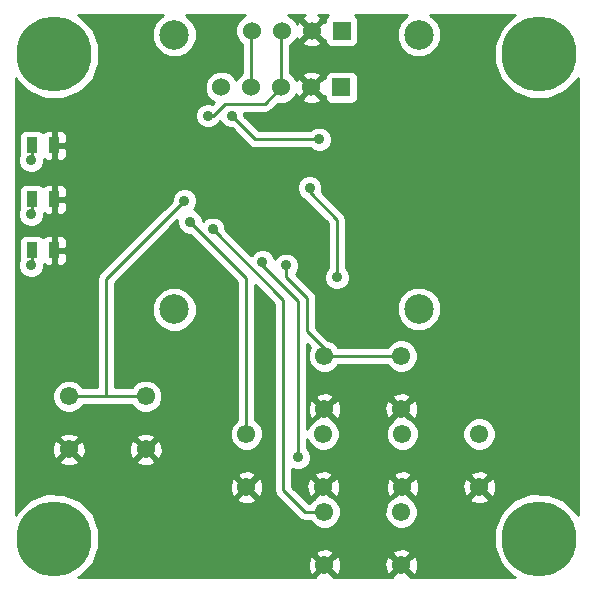
<source format=gbl>
G04 (created by PCBNEW (2013-07-07 BZR 4022)-stable) date 3/28/2015 5:28:05 PM*
%MOIN*%
G04 Gerber Fmt 3.4, Leading zero omitted, Abs format*
%FSLAX34Y34*%
G01*
G70*
G90*
G04 APERTURE LIST*
%ADD10C,0.00590551*%
%ADD11C,0.061*%
%ADD12C,0.25*%
%ADD13R,0.035X0.055*%
%ADD14R,0.06X0.06*%
%ADD15C,0.06*%
%ADD16C,0.0984252*%
%ADD17C,0.035*%
%ADD18C,0.01*%
G04 APERTURE END LIST*
G54D10*
G54D11*
X50570Y-39822D03*
X50570Y-41594D03*
X53130Y-39822D03*
X53130Y-41594D03*
X47971Y-37224D03*
X47971Y-38996D03*
X50531Y-37224D03*
X50531Y-38996D03*
X47971Y-42421D03*
X47971Y-44193D03*
X50531Y-42421D03*
X50531Y-44193D03*
X45373Y-39822D03*
X45373Y-41594D03*
X47933Y-39822D03*
X47933Y-41594D03*
X39458Y-38562D03*
X39458Y-40334D03*
X42018Y-38562D03*
X42018Y-40334D03*
G54D12*
X55118Y-43307D03*
X38976Y-43307D03*
X55118Y-27165D03*
X38976Y-27165D03*
G54D13*
X38225Y-33700D03*
X38975Y-33700D03*
X38225Y-32000D03*
X38975Y-32000D03*
X38225Y-30200D03*
X38975Y-30200D03*
G54D14*
X48547Y-26377D03*
G54D15*
X47547Y-26377D03*
X46547Y-26377D03*
X45547Y-26377D03*
G54D16*
X51122Y-35649D03*
X42972Y-35669D03*
X51122Y-26515D03*
X42972Y-26515D03*
G54D14*
X48535Y-28267D03*
G54D15*
X47535Y-28267D03*
X46535Y-28267D03*
X45535Y-28267D03*
X44535Y-28267D03*
G54D17*
X54291Y-35669D03*
X54291Y-33858D03*
X54291Y-32047D03*
X48976Y-30236D03*
X47480Y-31614D03*
X48385Y-34606D03*
X44094Y-29212D03*
X38200Y-34200D03*
X44881Y-29212D03*
X47795Y-30000D03*
X47100Y-40600D03*
X45905Y-34094D03*
X46700Y-34200D03*
X44250Y-33000D03*
X43500Y-32750D03*
X43307Y-32047D03*
X38200Y-32500D03*
X38200Y-30700D03*
G54D18*
X47480Y-31771D02*
X47480Y-31614D01*
X48385Y-32677D02*
X47480Y-31771D01*
X48385Y-34606D02*
X48385Y-32677D01*
X44094Y-29212D02*
X44251Y-29212D01*
X45984Y-28818D02*
X46535Y-28267D01*
X44645Y-28818D02*
X45984Y-28818D01*
X44251Y-29212D02*
X44645Y-28818D01*
X46535Y-28267D02*
X46535Y-26389D01*
X46535Y-26389D02*
X46547Y-26377D01*
X45535Y-28267D02*
X45535Y-26389D01*
X45535Y-26389D02*
X45547Y-26377D01*
X38225Y-33700D02*
X38225Y-34175D01*
X38225Y-34175D02*
X38200Y-34200D01*
X45669Y-30000D02*
X47795Y-30000D01*
X44881Y-29212D02*
X45669Y-30000D01*
X45905Y-34205D02*
X45905Y-34094D01*
X47100Y-35400D02*
X45905Y-34205D01*
X47100Y-36000D02*
X47100Y-35400D01*
X47100Y-40600D02*
X47100Y-36000D01*
X47971Y-37224D02*
X47971Y-36971D01*
X46700Y-34600D02*
X46700Y-34200D01*
X47400Y-35300D02*
X46700Y-34600D01*
X47400Y-36400D02*
X47400Y-35300D01*
X47971Y-36971D02*
X47400Y-36400D01*
X47971Y-37224D02*
X50531Y-37224D01*
X46600Y-37600D02*
X46600Y-35350D01*
X46600Y-35350D02*
X44250Y-33000D01*
X47971Y-42421D02*
X47321Y-42421D01*
X46600Y-41700D02*
X46600Y-37600D01*
X47321Y-42421D02*
X46600Y-41700D01*
X45373Y-39822D02*
X45373Y-34623D01*
X45373Y-34623D02*
X43500Y-32750D01*
X40688Y-38562D02*
X40688Y-34665D01*
X40688Y-34665D02*
X43307Y-32047D01*
X39458Y-38562D02*
X40688Y-38562D01*
X40688Y-38562D02*
X42018Y-38562D01*
X38225Y-32475D02*
X38225Y-32000D01*
X38200Y-32500D02*
X38225Y-32475D01*
X38225Y-30200D02*
X38225Y-30675D01*
X38225Y-30675D02*
X38200Y-30700D01*
G54D10*
G36*
X56413Y-42513D02*
X56390Y-42458D01*
X55968Y-42036D01*
X55417Y-41807D01*
X54821Y-41806D01*
X54269Y-42034D01*
X53847Y-42456D01*
X53690Y-42834D01*
X53690Y-41677D01*
X53685Y-41582D01*
X53685Y-39712D01*
X53601Y-39508D01*
X53445Y-39352D01*
X53241Y-39267D01*
X53020Y-39267D01*
X52816Y-39351D01*
X52660Y-39507D01*
X52575Y-39711D01*
X52575Y-39932D01*
X52659Y-40136D01*
X52815Y-40292D01*
X53019Y-40377D01*
X53240Y-40377D01*
X53444Y-40293D01*
X53600Y-40137D01*
X53685Y-39933D01*
X53685Y-39712D01*
X53685Y-41582D01*
X53679Y-41457D01*
X53615Y-41303D01*
X53519Y-41275D01*
X53449Y-41346D01*
X53449Y-41205D01*
X53421Y-41109D01*
X53213Y-41034D01*
X52992Y-41045D01*
X52839Y-41109D01*
X52811Y-41205D01*
X53130Y-41523D01*
X53449Y-41205D01*
X53449Y-41346D01*
X53201Y-41594D01*
X53519Y-41913D01*
X53615Y-41885D01*
X53690Y-41677D01*
X53690Y-42834D01*
X53618Y-43007D01*
X53617Y-43604D01*
X53845Y-44155D01*
X54267Y-44577D01*
X54326Y-44602D01*
X53449Y-44602D01*
X53449Y-41984D01*
X53130Y-41665D01*
X53059Y-41736D01*
X53059Y-41594D01*
X52740Y-41275D01*
X52644Y-41303D01*
X52570Y-41511D01*
X52581Y-41732D01*
X52644Y-41885D01*
X52740Y-41913D01*
X53059Y-41594D01*
X53059Y-41736D01*
X52811Y-41984D01*
X52839Y-42080D01*
X53047Y-42154D01*
X53267Y-42143D01*
X53421Y-42080D01*
X53449Y-41984D01*
X53449Y-44602D01*
X51864Y-44602D01*
X51864Y-35502D01*
X51751Y-35229D01*
X51542Y-35020D01*
X51270Y-34907D01*
X50975Y-34907D01*
X50702Y-35020D01*
X50493Y-35228D01*
X50380Y-35501D01*
X50379Y-35796D01*
X50492Y-36069D01*
X50701Y-36278D01*
X50973Y-36391D01*
X51269Y-36391D01*
X51541Y-36279D01*
X51750Y-36070D01*
X51864Y-35797D01*
X51864Y-35502D01*
X51864Y-44602D01*
X51130Y-44602D01*
X51130Y-41677D01*
X51125Y-41582D01*
X51125Y-39712D01*
X51091Y-39631D01*
X51091Y-39079D01*
X51087Y-38984D01*
X51087Y-37114D01*
X51002Y-36910D01*
X50846Y-36754D01*
X50642Y-36669D01*
X50422Y-36669D01*
X50217Y-36753D01*
X50061Y-36909D01*
X50055Y-36924D01*
X49085Y-36924D01*
X49085Y-28518D01*
X49085Y-27918D01*
X49047Y-27826D01*
X48977Y-27755D01*
X48885Y-27717D01*
X48785Y-27717D01*
X48185Y-27717D01*
X48094Y-27755D01*
X48023Y-27825D01*
X47985Y-27917D01*
X47985Y-27970D01*
X47921Y-27952D01*
X47862Y-28011D01*
X47862Y-26763D01*
X47547Y-26448D01*
X47232Y-26763D01*
X47259Y-26859D01*
X47465Y-26932D01*
X47684Y-26921D01*
X47835Y-26859D01*
X47862Y-26763D01*
X47862Y-28011D01*
X47850Y-28023D01*
X47850Y-27881D01*
X47823Y-27786D01*
X47617Y-27712D01*
X47398Y-27723D01*
X47247Y-27786D01*
X47220Y-27881D01*
X47535Y-28197D01*
X47850Y-27881D01*
X47850Y-28023D01*
X47606Y-28267D01*
X47921Y-28582D01*
X47985Y-28564D01*
X47985Y-28617D01*
X48023Y-28709D01*
X48093Y-28779D01*
X48185Y-28817D01*
X48284Y-28817D01*
X48884Y-28817D01*
X48976Y-28779D01*
X49047Y-28709D01*
X49085Y-28617D01*
X49085Y-28518D01*
X49085Y-36924D01*
X48810Y-36924D01*
X48810Y-34522D01*
X48746Y-34365D01*
X48685Y-34305D01*
X48685Y-32677D01*
X48662Y-32562D01*
X48597Y-32465D01*
X48597Y-32465D01*
X47883Y-31750D01*
X47905Y-31699D01*
X47905Y-31530D01*
X47840Y-31373D01*
X47721Y-31254D01*
X47565Y-31189D01*
X47396Y-31189D01*
X47239Y-31253D01*
X47120Y-31373D01*
X47055Y-31529D01*
X47055Y-31698D01*
X47119Y-31854D01*
X47239Y-31974D01*
X47272Y-31988D01*
X48085Y-32801D01*
X48085Y-34305D01*
X48025Y-34365D01*
X47960Y-34521D01*
X47960Y-34690D01*
X48025Y-34846D01*
X48144Y-34966D01*
X48300Y-35031D01*
X48469Y-35031D01*
X48626Y-34966D01*
X48745Y-34847D01*
X48810Y-34691D01*
X48810Y-34522D01*
X48810Y-36924D01*
X48448Y-36924D01*
X48442Y-36910D01*
X48286Y-36754D01*
X48101Y-36676D01*
X47700Y-36275D01*
X47700Y-35300D01*
X47699Y-35299D01*
X47677Y-35185D01*
X47612Y-35087D01*
X47612Y-35087D01*
X47012Y-34488D01*
X47060Y-34441D01*
X47124Y-34284D01*
X47125Y-34115D01*
X47060Y-33959D01*
X46941Y-33839D01*
X46784Y-33775D01*
X46615Y-33774D01*
X46459Y-33839D01*
X46339Y-33958D01*
X46324Y-33995D01*
X46266Y-33854D01*
X46146Y-33734D01*
X45990Y-33669D01*
X45821Y-33669D01*
X45665Y-33733D01*
X45545Y-33853D01*
X45540Y-33865D01*
X44674Y-33000D01*
X44675Y-32915D01*
X44610Y-32759D01*
X44491Y-32639D01*
X44334Y-32575D01*
X44165Y-32574D01*
X44009Y-32639D01*
X43925Y-32723D01*
X43925Y-32665D01*
X43860Y-32509D01*
X43741Y-32389D01*
X43616Y-32338D01*
X43667Y-32288D01*
X43732Y-32132D01*
X43732Y-31963D01*
X43667Y-31806D01*
X43548Y-31687D01*
X43391Y-31622D01*
X43222Y-31622D01*
X43066Y-31686D01*
X42946Y-31806D01*
X42882Y-31962D01*
X42882Y-32047D01*
X40476Y-34453D01*
X40411Y-34550D01*
X40388Y-34665D01*
X40388Y-38262D01*
X39935Y-38262D01*
X39929Y-38248D01*
X39773Y-38092D01*
X39569Y-38007D01*
X39400Y-38007D01*
X39400Y-33925D01*
X39400Y-33474D01*
X39400Y-32225D01*
X39400Y-31774D01*
X39400Y-30425D01*
X39400Y-29974D01*
X39399Y-29875D01*
X39361Y-29783D01*
X39291Y-29712D01*
X39199Y-29674D01*
X39087Y-29675D01*
X39025Y-29737D01*
X39025Y-30150D01*
X39337Y-30150D01*
X39400Y-30087D01*
X39400Y-29974D01*
X39400Y-30425D01*
X39400Y-30312D01*
X39337Y-30250D01*
X39025Y-30250D01*
X39025Y-30662D01*
X39087Y-30725D01*
X39199Y-30725D01*
X39291Y-30687D01*
X39361Y-30616D01*
X39399Y-30524D01*
X39400Y-30425D01*
X39400Y-31774D01*
X39399Y-31675D01*
X39361Y-31583D01*
X39291Y-31512D01*
X39199Y-31474D01*
X39087Y-31475D01*
X39025Y-31537D01*
X39025Y-31950D01*
X39337Y-31950D01*
X39400Y-31887D01*
X39400Y-31774D01*
X39400Y-32225D01*
X39400Y-32112D01*
X39337Y-32050D01*
X39025Y-32050D01*
X39025Y-32462D01*
X39087Y-32525D01*
X39199Y-32525D01*
X39291Y-32487D01*
X39361Y-32416D01*
X39399Y-32324D01*
X39400Y-32225D01*
X39400Y-33474D01*
X39399Y-33375D01*
X39361Y-33283D01*
X39291Y-33212D01*
X39199Y-33174D01*
X39087Y-33175D01*
X39025Y-33237D01*
X39025Y-33650D01*
X39337Y-33650D01*
X39400Y-33587D01*
X39400Y-33474D01*
X39400Y-33925D01*
X39400Y-33812D01*
X39337Y-33750D01*
X39025Y-33750D01*
X39025Y-34162D01*
X39087Y-34225D01*
X39199Y-34225D01*
X39291Y-34187D01*
X39361Y-34116D01*
X39399Y-34024D01*
X39400Y-33925D01*
X39400Y-38007D01*
X39348Y-38007D01*
X39144Y-38092D01*
X38988Y-38248D01*
X38925Y-38400D01*
X38925Y-34162D01*
X38925Y-33750D01*
X38917Y-33750D01*
X38917Y-33650D01*
X38925Y-33650D01*
X38925Y-33237D01*
X38925Y-32462D01*
X38925Y-32050D01*
X38917Y-32050D01*
X38917Y-31950D01*
X38925Y-31950D01*
X38925Y-31537D01*
X38925Y-30662D01*
X38925Y-30250D01*
X38917Y-30250D01*
X38917Y-30150D01*
X38925Y-30150D01*
X38925Y-29737D01*
X38862Y-29675D01*
X38750Y-29674D01*
X38658Y-29712D01*
X38599Y-29771D01*
X38541Y-29713D01*
X38449Y-29675D01*
X38350Y-29674D01*
X38000Y-29674D01*
X37908Y-29712D01*
X37838Y-29783D01*
X37800Y-29875D01*
X37799Y-29974D01*
X37799Y-30524D01*
X37806Y-30539D01*
X37775Y-30615D01*
X37774Y-30784D01*
X37839Y-30940D01*
X37958Y-31060D01*
X38115Y-31124D01*
X38284Y-31125D01*
X38440Y-31060D01*
X38560Y-30941D01*
X38624Y-30784D01*
X38625Y-30653D01*
X38658Y-30687D01*
X38750Y-30725D01*
X38862Y-30725D01*
X38925Y-30662D01*
X38925Y-31537D01*
X38862Y-31475D01*
X38750Y-31474D01*
X38658Y-31512D01*
X38599Y-31571D01*
X38541Y-31513D01*
X38449Y-31475D01*
X38350Y-31474D01*
X38000Y-31474D01*
X37908Y-31512D01*
X37838Y-31583D01*
X37800Y-31675D01*
X37799Y-31774D01*
X37799Y-32324D01*
X37806Y-32339D01*
X37775Y-32415D01*
X37774Y-32584D01*
X37839Y-32740D01*
X37958Y-32860D01*
X38115Y-32924D01*
X38284Y-32925D01*
X38440Y-32860D01*
X38560Y-32741D01*
X38624Y-32584D01*
X38625Y-32453D01*
X38658Y-32487D01*
X38750Y-32525D01*
X38862Y-32525D01*
X38925Y-32462D01*
X38925Y-33237D01*
X38862Y-33175D01*
X38750Y-33174D01*
X38658Y-33212D01*
X38599Y-33271D01*
X38541Y-33213D01*
X38449Y-33175D01*
X38350Y-33174D01*
X38000Y-33174D01*
X37908Y-33212D01*
X37838Y-33283D01*
X37800Y-33375D01*
X37799Y-33474D01*
X37799Y-34024D01*
X37806Y-34039D01*
X37775Y-34115D01*
X37774Y-34284D01*
X37839Y-34440D01*
X37958Y-34560D01*
X38115Y-34624D01*
X38284Y-34625D01*
X38440Y-34560D01*
X38560Y-34441D01*
X38624Y-34284D01*
X38625Y-34153D01*
X38658Y-34187D01*
X38750Y-34225D01*
X38862Y-34225D01*
X38925Y-34162D01*
X38925Y-38400D01*
X38903Y-38451D01*
X38903Y-38672D01*
X38987Y-38876D01*
X39143Y-39033D01*
X39347Y-39117D01*
X39568Y-39117D01*
X39772Y-39033D01*
X39928Y-38877D01*
X39934Y-38862D01*
X40688Y-38862D01*
X41542Y-38862D01*
X41547Y-38876D01*
X41703Y-39033D01*
X41907Y-39117D01*
X42128Y-39117D01*
X42332Y-39033D01*
X42488Y-38877D01*
X42573Y-38673D01*
X42573Y-38452D01*
X42489Y-38248D01*
X42333Y-38092D01*
X42129Y-38007D01*
X41908Y-38007D01*
X41704Y-38092D01*
X41548Y-38248D01*
X41542Y-38262D01*
X40988Y-38262D01*
X40988Y-34789D01*
X43075Y-32703D01*
X43074Y-32834D01*
X43139Y-32990D01*
X43258Y-33110D01*
X43415Y-33174D01*
X43500Y-33175D01*
X45073Y-34747D01*
X45073Y-39346D01*
X45059Y-39351D01*
X44903Y-39507D01*
X44818Y-39711D01*
X44818Y-39932D01*
X44902Y-40136D01*
X45058Y-40292D01*
X45262Y-40377D01*
X45483Y-40377D01*
X45687Y-40293D01*
X45843Y-40137D01*
X45928Y-39933D01*
X45928Y-39712D01*
X45844Y-39508D01*
X45688Y-39352D01*
X45673Y-39346D01*
X45673Y-34847D01*
X46300Y-35474D01*
X46300Y-37600D01*
X46300Y-41700D01*
X46322Y-41814D01*
X46387Y-41912D01*
X47108Y-42633D01*
X47108Y-42633D01*
X47206Y-42698D01*
X47321Y-42721D01*
X47321Y-42721D01*
X47495Y-42721D01*
X47501Y-42735D01*
X47657Y-42891D01*
X47861Y-42975D01*
X48081Y-42976D01*
X48285Y-42891D01*
X48442Y-42735D01*
X48526Y-42531D01*
X48527Y-42311D01*
X48493Y-42229D01*
X48493Y-41677D01*
X48482Y-41457D01*
X48418Y-41303D01*
X48323Y-41275D01*
X48252Y-41346D01*
X48252Y-41205D01*
X48224Y-41109D01*
X48016Y-41034D01*
X47795Y-41045D01*
X47642Y-41109D01*
X47614Y-41205D01*
X47933Y-41523D01*
X48252Y-41205D01*
X48252Y-41346D01*
X48004Y-41594D01*
X48323Y-41913D01*
X48418Y-41885D01*
X48493Y-41677D01*
X48493Y-42229D01*
X48442Y-42107D01*
X48286Y-41950D01*
X48170Y-41902D01*
X47933Y-41665D01*
X47862Y-41736D01*
X47862Y-41594D01*
X47544Y-41275D01*
X47448Y-41303D01*
X47373Y-41511D01*
X47384Y-41732D01*
X47448Y-41885D01*
X47544Y-41913D01*
X47862Y-41594D01*
X47862Y-41736D01*
X47614Y-41984D01*
X47616Y-41991D01*
X47501Y-42106D01*
X47495Y-42121D01*
X47445Y-42121D01*
X46900Y-41575D01*
X46900Y-40977D01*
X47015Y-41024D01*
X47184Y-41025D01*
X47340Y-40960D01*
X47460Y-40841D01*
X47524Y-40684D01*
X47525Y-40515D01*
X47460Y-40359D01*
X47400Y-40298D01*
X47400Y-39984D01*
X47462Y-40136D01*
X47618Y-40292D01*
X47822Y-40377D01*
X48043Y-40377D01*
X48247Y-40293D01*
X48403Y-40137D01*
X48488Y-39933D01*
X48488Y-39712D01*
X48404Y-39508D01*
X48288Y-39392D01*
X48290Y-39385D01*
X47971Y-39066D01*
X47901Y-39137D01*
X47901Y-38996D01*
X47582Y-38677D01*
X47486Y-38705D01*
X47412Y-38913D01*
X47423Y-39133D01*
X47486Y-39287D01*
X47582Y-39315D01*
X47901Y-38996D01*
X47901Y-39137D01*
X47734Y-39304D01*
X47619Y-39351D01*
X47463Y-39507D01*
X47400Y-39660D01*
X47400Y-36824D01*
X47496Y-36921D01*
X47417Y-37113D01*
X47416Y-37334D01*
X47501Y-37538D01*
X47657Y-37694D01*
X47861Y-37779D01*
X48081Y-37779D01*
X48285Y-37695D01*
X48442Y-37539D01*
X48448Y-37524D01*
X50055Y-37524D01*
X50061Y-37538D01*
X50217Y-37694D01*
X50421Y-37779D01*
X50641Y-37779D01*
X50845Y-37695D01*
X51002Y-37539D01*
X51086Y-37335D01*
X51087Y-37114D01*
X51087Y-38984D01*
X51080Y-38858D01*
X51017Y-38705D01*
X50921Y-38677D01*
X50850Y-38748D01*
X50850Y-38606D01*
X50822Y-38510D01*
X50614Y-38436D01*
X50394Y-38447D01*
X50241Y-38510D01*
X50213Y-38606D01*
X50531Y-38925D01*
X50850Y-38606D01*
X50850Y-38748D01*
X50602Y-38996D01*
X50921Y-39315D01*
X51017Y-39287D01*
X51091Y-39079D01*
X51091Y-39631D01*
X51041Y-39508D01*
X50885Y-39352D01*
X50769Y-39304D01*
X50531Y-39066D01*
X50461Y-39137D01*
X50461Y-38996D01*
X50142Y-38677D01*
X50046Y-38705D01*
X49972Y-38913D01*
X49983Y-39133D01*
X50046Y-39287D01*
X50142Y-39315D01*
X50461Y-38996D01*
X50461Y-39137D01*
X50213Y-39385D01*
X50215Y-39392D01*
X50100Y-39507D01*
X50015Y-39711D01*
X50015Y-39932D01*
X50099Y-40136D01*
X50255Y-40292D01*
X50459Y-40377D01*
X50680Y-40377D01*
X50884Y-40293D01*
X51040Y-40137D01*
X51125Y-39933D01*
X51125Y-39712D01*
X51125Y-41582D01*
X51119Y-41457D01*
X51055Y-41303D01*
X50959Y-41275D01*
X50889Y-41346D01*
X50889Y-41205D01*
X50861Y-41109D01*
X50653Y-41034D01*
X50432Y-41045D01*
X50279Y-41109D01*
X50251Y-41205D01*
X50570Y-41523D01*
X50889Y-41205D01*
X50889Y-41346D01*
X50641Y-41594D01*
X50959Y-41913D01*
X51055Y-41885D01*
X51130Y-41677D01*
X51130Y-44602D01*
X51091Y-44602D01*
X51091Y-44276D01*
X51087Y-44181D01*
X51087Y-42311D01*
X51002Y-42107D01*
X50887Y-41991D01*
X50889Y-41984D01*
X50570Y-41665D01*
X50499Y-41736D01*
X50499Y-41594D01*
X50180Y-41275D01*
X50084Y-41303D01*
X50010Y-41511D01*
X50021Y-41732D01*
X50084Y-41885D01*
X50180Y-41913D01*
X50499Y-41594D01*
X50499Y-41736D01*
X50332Y-41902D01*
X50217Y-41950D01*
X50061Y-42106D01*
X49977Y-42310D01*
X49976Y-42530D01*
X50061Y-42735D01*
X50217Y-42891D01*
X50421Y-42975D01*
X50641Y-42976D01*
X50845Y-42891D01*
X51002Y-42735D01*
X51086Y-42531D01*
X51087Y-42311D01*
X51087Y-44181D01*
X51080Y-44055D01*
X51017Y-43902D01*
X50921Y-43874D01*
X50850Y-43944D01*
X50850Y-43803D01*
X50822Y-43707D01*
X50614Y-43633D01*
X50394Y-43644D01*
X50241Y-43707D01*
X50213Y-43803D01*
X50531Y-44122D01*
X50850Y-43803D01*
X50850Y-43944D01*
X50602Y-44193D01*
X50921Y-44511D01*
X51017Y-44483D01*
X51091Y-44276D01*
X51091Y-44602D01*
X50845Y-44602D01*
X50850Y-44582D01*
X50531Y-44263D01*
X50461Y-44334D01*
X50461Y-44193D01*
X50142Y-43874D01*
X50046Y-43902D01*
X49972Y-44110D01*
X49983Y-44330D01*
X50046Y-44483D01*
X50142Y-44511D01*
X50461Y-44193D01*
X50461Y-44334D01*
X50213Y-44582D01*
X50218Y-44602D01*
X48531Y-44602D01*
X48531Y-44276D01*
X48531Y-39079D01*
X48520Y-38858D01*
X48457Y-38705D01*
X48361Y-38677D01*
X48290Y-38748D01*
X48290Y-38606D01*
X48262Y-38510D01*
X48054Y-38436D01*
X47834Y-38447D01*
X47681Y-38510D01*
X47653Y-38606D01*
X47971Y-38925D01*
X48290Y-38606D01*
X48290Y-38748D01*
X48042Y-38996D01*
X48361Y-39315D01*
X48457Y-39287D01*
X48531Y-39079D01*
X48531Y-44276D01*
X48520Y-44055D01*
X48457Y-43902D01*
X48361Y-43874D01*
X48290Y-43944D01*
X48290Y-43803D01*
X48262Y-43707D01*
X48054Y-43633D01*
X47834Y-43644D01*
X47681Y-43707D01*
X47653Y-43803D01*
X47971Y-44122D01*
X48290Y-43803D01*
X48290Y-43944D01*
X48042Y-44193D01*
X48361Y-44511D01*
X48457Y-44483D01*
X48531Y-44276D01*
X48531Y-44602D01*
X48285Y-44602D01*
X48290Y-44582D01*
X47971Y-44263D01*
X47901Y-44334D01*
X47901Y-44193D01*
X47582Y-43874D01*
X47486Y-43902D01*
X47412Y-44110D01*
X47423Y-44330D01*
X47486Y-44483D01*
X47582Y-44511D01*
X47901Y-44193D01*
X47901Y-44334D01*
X47653Y-44582D01*
X47658Y-44602D01*
X45933Y-44602D01*
X45933Y-41677D01*
X45922Y-41457D01*
X45858Y-41303D01*
X45763Y-41275D01*
X45692Y-41346D01*
X45692Y-41205D01*
X45664Y-41109D01*
X45456Y-41034D01*
X45235Y-41045D01*
X45082Y-41109D01*
X45054Y-41205D01*
X45373Y-41523D01*
X45692Y-41205D01*
X45692Y-41346D01*
X45444Y-41594D01*
X45763Y-41913D01*
X45858Y-41885D01*
X45933Y-41677D01*
X45933Y-44602D01*
X45692Y-44602D01*
X45692Y-41984D01*
X45373Y-41665D01*
X45302Y-41736D01*
X45302Y-41594D01*
X44984Y-41275D01*
X44888Y-41303D01*
X44813Y-41511D01*
X44824Y-41732D01*
X44888Y-41885D01*
X44984Y-41913D01*
X45302Y-41594D01*
X45302Y-41736D01*
X45054Y-41984D01*
X45082Y-42080D01*
X45290Y-42154D01*
X45511Y-42143D01*
X45664Y-42080D01*
X45692Y-41984D01*
X45692Y-44602D01*
X43714Y-44602D01*
X43714Y-35522D01*
X43601Y-35249D01*
X43393Y-35040D01*
X43120Y-34927D01*
X42825Y-34927D01*
X42552Y-35039D01*
X42343Y-35248D01*
X42230Y-35521D01*
X42230Y-35816D01*
X42342Y-36089D01*
X42551Y-36298D01*
X42824Y-36411D01*
X43119Y-36411D01*
X43392Y-36298D01*
X43601Y-36090D01*
X43714Y-35817D01*
X43714Y-35522D01*
X43714Y-44602D01*
X42578Y-44602D01*
X42578Y-40417D01*
X42567Y-40197D01*
X42503Y-40043D01*
X42408Y-40015D01*
X42337Y-40086D01*
X42337Y-39945D01*
X42309Y-39849D01*
X42101Y-39775D01*
X41881Y-39785D01*
X41727Y-39849D01*
X41699Y-39945D01*
X42018Y-40264D01*
X42337Y-39945D01*
X42337Y-40086D01*
X42089Y-40334D01*
X42408Y-40653D01*
X42503Y-40625D01*
X42578Y-40417D01*
X42578Y-44602D01*
X42337Y-44602D01*
X42337Y-40724D01*
X42018Y-40405D01*
X41947Y-40476D01*
X41947Y-40334D01*
X41629Y-40015D01*
X41533Y-40043D01*
X41458Y-40251D01*
X41469Y-40472D01*
X41533Y-40625D01*
X41629Y-40653D01*
X41947Y-40334D01*
X41947Y-40476D01*
X41699Y-40724D01*
X41727Y-40820D01*
X41935Y-40894D01*
X42156Y-40883D01*
X42309Y-40820D01*
X42337Y-40724D01*
X42337Y-44602D01*
X39769Y-44602D01*
X39824Y-44579D01*
X40247Y-44157D01*
X40476Y-43606D01*
X40476Y-43010D01*
X40248Y-42458D01*
X40018Y-42227D01*
X40018Y-40417D01*
X40007Y-40197D01*
X39943Y-40043D01*
X39848Y-40015D01*
X39777Y-40086D01*
X39777Y-39945D01*
X39749Y-39849D01*
X39541Y-39775D01*
X39321Y-39785D01*
X39167Y-39849D01*
X39139Y-39945D01*
X39458Y-40264D01*
X39777Y-39945D01*
X39777Y-40086D01*
X39529Y-40334D01*
X39848Y-40653D01*
X39943Y-40625D01*
X40018Y-40417D01*
X40018Y-42227D01*
X39827Y-42036D01*
X39777Y-42015D01*
X39777Y-40724D01*
X39458Y-40405D01*
X39387Y-40476D01*
X39387Y-40334D01*
X39069Y-40015D01*
X38973Y-40043D01*
X38898Y-40251D01*
X38909Y-40472D01*
X38973Y-40625D01*
X39069Y-40653D01*
X39387Y-40334D01*
X39387Y-40476D01*
X39139Y-40724D01*
X39167Y-40820D01*
X39375Y-40894D01*
X39596Y-40883D01*
X39749Y-40820D01*
X39777Y-40724D01*
X39777Y-42015D01*
X39276Y-41807D01*
X38679Y-41806D01*
X38127Y-42034D01*
X37705Y-42456D01*
X37681Y-42515D01*
X37681Y-27958D01*
X37703Y-28013D01*
X38125Y-28436D01*
X38676Y-28665D01*
X39273Y-28665D01*
X39824Y-28437D01*
X40247Y-28016D01*
X40476Y-27465D01*
X40476Y-26868D01*
X40248Y-26316D01*
X39827Y-25894D01*
X39768Y-25870D01*
X42591Y-25870D01*
X42552Y-25886D01*
X42343Y-26094D01*
X42230Y-26367D01*
X42230Y-26662D01*
X42342Y-26935D01*
X42551Y-27144D01*
X42824Y-27257D01*
X43119Y-27258D01*
X43392Y-27145D01*
X43601Y-26936D01*
X43714Y-26664D01*
X43714Y-26368D01*
X43601Y-26095D01*
X43393Y-25886D01*
X43352Y-25870D01*
X45336Y-25870D01*
X45236Y-25911D01*
X45081Y-26065D01*
X44997Y-26268D01*
X44997Y-26486D01*
X45080Y-26689D01*
X45235Y-26843D01*
X45235Y-26844D01*
X45235Y-27796D01*
X45224Y-27801D01*
X45069Y-27955D01*
X45035Y-28037D01*
X45001Y-27956D01*
X44847Y-27801D01*
X44645Y-27717D01*
X44426Y-27717D01*
X44224Y-27801D01*
X44069Y-27955D01*
X43985Y-28157D01*
X43985Y-28376D01*
X44068Y-28578D01*
X44223Y-28733D01*
X44282Y-28758D01*
X44231Y-28809D01*
X44179Y-28787D01*
X44010Y-28787D01*
X43854Y-28852D01*
X43734Y-28971D01*
X43669Y-29127D01*
X43669Y-29296D01*
X43733Y-29453D01*
X43853Y-29572D01*
X44009Y-29637D01*
X44178Y-29637D01*
X44334Y-29573D01*
X44454Y-29453D01*
X44468Y-29420D01*
X44496Y-29392D01*
X44521Y-29453D01*
X44640Y-29572D01*
X44796Y-29637D01*
X44882Y-29637D01*
X45457Y-30212D01*
X45554Y-30277D01*
X45669Y-30300D01*
X47494Y-30300D01*
X47554Y-30360D01*
X47710Y-30424D01*
X47879Y-30425D01*
X48035Y-30360D01*
X48155Y-30241D01*
X48220Y-30084D01*
X48220Y-29915D01*
X48155Y-29759D01*
X48036Y-29639D01*
X47880Y-29575D01*
X47850Y-29575D01*
X47850Y-28653D01*
X47535Y-28338D01*
X47220Y-28653D01*
X47247Y-28748D01*
X47453Y-28822D01*
X47672Y-28811D01*
X47823Y-28748D01*
X47850Y-28653D01*
X47850Y-29575D01*
X47711Y-29574D01*
X47554Y-29639D01*
X47494Y-29700D01*
X45793Y-29700D01*
X45306Y-29213D01*
X45306Y-29128D01*
X45303Y-29118D01*
X45984Y-29118D01*
X45984Y-29118D01*
X46099Y-29096D01*
X46099Y-29096D01*
X46196Y-29031D01*
X46414Y-28812D01*
X46425Y-28817D01*
X46644Y-28817D01*
X46846Y-28734D01*
X47001Y-28579D01*
X47032Y-28504D01*
X47054Y-28555D01*
X47149Y-28582D01*
X47464Y-28267D01*
X47149Y-27952D01*
X47054Y-27979D01*
X47034Y-28035D01*
X47001Y-27956D01*
X46847Y-27801D01*
X46835Y-27796D01*
X46835Y-26853D01*
X46858Y-26844D01*
X47013Y-26689D01*
X47044Y-26614D01*
X47065Y-26665D01*
X47161Y-26693D01*
X47476Y-26377D01*
X47161Y-26062D01*
X47065Y-26090D01*
X47046Y-26145D01*
X47013Y-26066D01*
X46859Y-25911D01*
X46758Y-25870D01*
X47323Y-25870D01*
X47259Y-25896D01*
X47232Y-25992D01*
X47547Y-26307D01*
X47862Y-25992D01*
X47835Y-25896D01*
X47760Y-25870D01*
X48101Y-25870D01*
X48035Y-25936D01*
X47997Y-26028D01*
X47997Y-26081D01*
X47933Y-26062D01*
X47617Y-26377D01*
X47933Y-26693D01*
X47997Y-26674D01*
X47997Y-26727D01*
X48035Y-26819D01*
X48105Y-26889D01*
X48197Y-26927D01*
X48296Y-26927D01*
X48896Y-26927D01*
X48988Y-26890D01*
X49059Y-26819D01*
X49097Y-26727D01*
X49097Y-26628D01*
X49097Y-26028D01*
X49059Y-25936D01*
X48992Y-25870D01*
X50741Y-25870D01*
X50702Y-25886D01*
X50493Y-26094D01*
X50380Y-26367D01*
X50379Y-26662D01*
X50492Y-26935D01*
X50701Y-27144D01*
X50973Y-27257D01*
X51269Y-27258D01*
X51541Y-27145D01*
X51750Y-26936D01*
X51864Y-26664D01*
X51864Y-26368D01*
X51751Y-26095D01*
X51542Y-25886D01*
X51502Y-25870D01*
X54324Y-25870D01*
X54269Y-25892D01*
X53847Y-26314D01*
X53618Y-26865D01*
X53617Y-27462D01*
X53845Y-28013D01*
X54267Y-28436D01*
X54818Y-28665D01*
X55415Y-28665D01*
X55966Y-28437D01*
X56389Y-28016D01*
X56413Y-27957D01*
X56413Y-42513D01*
X56413Y-42513D01*
G37*
G54D18*
X56413Y-42513D02*
X56390Y-42458D01*
X55968Y-42036D01*
X55417Y-41807D01*
X54821Y-41806D01*
X54269Y-42034D01*
X53847Y-42456D01*
X53690Y-42834D01*
X53690Y-41677D01*
X53685Y-41582D01*
X53685Y-39712D01*
X53601Y-39508D01*
X53445Y-39352D01*
X53241Y-39267D01*
X53020Y-39267D01*
X52816Y-39351D01*
X52660Y-39507D01*
X52575Y-39711D01*
X52575Y-39932D01*
X52659Y-40136D01*
X52815Y-40292D01*
X53019Y-40377D01*
X53240Y-40377D01*
X53444Y-40293D01*
X53600Y-40137D01*
X53685Y-39933D01*
X53685Y-39712D01*
X53685Y-41582D01*
X53679Y-41457D01*
X53615Y-41303D01*
X53519Y-41275D01*
X53449Y-41346D01*
X53449Y-41205D01*
X53421Y-41109D01*
X53213Y-41034D01*
X52992Y-41045D01*
X52839Y-41109D01*
X52811Y-41205D01*
X53130Y-41523D01*
X53449Y-41205D01*
X53449Y-41346D01*
X53201Y-41594D01*
X53519Y-41913D01*
X53615Y-41885D01*
X53690Y-41677D01*
X53690Y-42834D01*
X53618Y-43007D01*
X53617Y-43604D01*
X53845Y-44155D01*
X54267Y-44577D01*
X54326Y-44602D01*
X53449Y-44602D01*
X53449Y-41984D01*
X53130Y-41665D01*
X53059Y-41736D01*
X53059Y-41594D01*
X52740Y-41275D01*
X52644Y-41303D01*
X52570Y-41511D01*
X52581Y-41732D01*
X52644Y-41885D01*
X52740Y-41913D01*
X53059Y-41594D01*
X53059Y-41736D01*
X52811Y-41984D01*
X52839Y-42080D01*
X53047Y-42154D01*
X53267Y-42143D01*
X53421Y-42080D01*
X53449Y-41984D01*
X53449Y-44602D01*
X51864Y-44602D01*
X51864Y-35502D01*
X51751Y-35229D01*
X51542Y-35020D01*
X51270Y-34907D01*
X50975Y-34907D01*
X50702Y-35020D01*
X50493Y-35228D01*
X50380Y-35501D01*
X50379Y-35796D01*
X50492Y-36069D01*
X50701Y-36278D01*
X50973Y-36391D01*
X51269Y-36391D01*
X51541Y-36279D01*
X51750Y-36070D01*
X51864Y-35797D01*
X51864Y-35502D01*
X51864Y-44602D01*
X51130Y-44602D01*
X51130Y-41677D01*
X51125Y-41582D01*
X51125Y-39712D01*
X51091Y-39631D01*
X51091Y-39079D01*
X51087Y-38984D01*
X51087Y-37114D01*
X51002Y-36910D01*
X50846Y-36754D01*
X50642Y-36669D01*
X50422Y-36669D01*
X50217Y-36753D01*
X50061Y-36909D01*
X50055Y-36924D01*
X49085Y-36924D01*
X49085Y-28518D01*
X49085Y-27918D01*
X49047Y-27826D01*
X48977Y-27755D01*
X48885Y-27717D01*
X48785Y-27717D01*
X48185Y-27717D01*
X48094Y-27755D01*
X48023Y-27825D01*
X47985Y-27917D01*
X47985Y-27970D01*
X47921Y-27952D01*
X47862Y-28011D01*
X47862Y-26763D01*
X47547Y-26448D01*
X47232Y-26763D01*
X47259Y-26859D01*
X47465Y-26932D01*
X47684Y-26921D01*
X47835Y-26859D01*
X47862Y-26763D01*
X47862Y-28011D01*
X47850Y-28023D01*
X47850Y-27881D01*
X47823Y-27786D01*
X47617Y-27712D01*
X47398Y-27723D01*
X47247Y-27786D01*
X47220Y-27881D01*
X47535Y-28197D01*
X47850Y-27881D01*
X47850Y-28023D01*
X47606Y-28267D01*
X47921Y-28582D01*
X47985Y-28564D01*
X47985Y-28617D01*
X48023Y-28709D01*
X48093Y-28779D01*
X48185Y-28817D01*
X48284Y-28817D01*
X48884Y-28817D01*
X48976Y-28779D01*
X49047Y-28709D01*
X49085Y-28617D01*
X49085Y-28518D01*
X49085Y-36924D01*
X48810Y-36924D01*
X48810Y-34522D01*
X48746Y-34365D01*
X48685Y-34305D01*
X48685Y-32677D01*
X48662Y-32562D01*
X48597Y-32465D01*
X48597Y-32465D01*
X47883Y-31750D01*
X47905Y-31699D01*
X47905Y-31530D01*
X47840Y-31373D01*
X47721Y-31254D01*
X47565Y-31189D01*
X47396Y-31189D01*
X47239Y-31253D01*
X47120Y-31373D01*
X47055Y-31529D01*
X47055Y-31698D01*
X47119Y-31854D01*
X47239Y-31974D01*
X47272Y-31988D01*
X48085Y-32801D01*
X48085Y-34305D01*
X48025Y-34365D01*
X47960Y-34521D01*
X47960Y-34690D01*
X48025Y-34846D01*
X48144Y-34966D01*
X48300Y-35031D01*
X48469Y-35031D01*
X48626Y-34966D01*
X48745Y-34847D01*
X48810Y-34691D01*
X48810Y-34522D01*
X48810Y-36924D01*
X48448Y-36924D01*
X48442Y-36910D01*
X48286Y-36754D01*
X48101Y-36676D01*
X47700Y-36275D01*
X47700Y-35300D01*
X47699Y-35299D01*
X47677Y-35185D01*
X47612Y-35087D01*
X47612Y-35087D01*
X47012Y-34488D01*
X47060Y-34441D01*
X47124Y-34284D01*
X47125Y-34115D01*
X47060Y-33959D01*
X46941Y-33839D01*
X46784Y-33775D01*
X46615Y-33774D01*
X46459Y-33839D01*
X46339Y-33958D01*
X46324Y-33995D01*
X46266Y-33854D01*
X46146Y-33734D01*
X45990Y-33669D01*
X45821Y-33669D01*
X45665Y-33733D01*
X45545Y-33853D01*
X45540Y-33865D01*
X44674Y-33000D01*
X44675Y-32915D01*
X44610Y-32759D01*
X44491Y-32639D01*
X44334Y-32575D01*
X44165Y-32574D01*
X44009Y-32639D01*
X43925Y-32723D01*
X43925Y-32665D01*
X43860Y-32509D01*
X43741Y-32389D01*
X43616Y-32338D01*
X43667Y-32288D01*
X43732Y-32132D01*
X43732Y-31963D01*
X43667Y-31806D01*
X43548Y-31687D01*
X43391Y-31622D01*
X43222Y-31622D01*
X43066Y-31686D01*
X42946Y-31806D01*
X42882Y-31962D01*
X42882Y-32047D01*
X40476Y-34453D01*
X40411Y-34550D01*
X40388Y-34665D01*
X40388Y-38262D01*
X39935Y-38262D01*
X39929Y-38248D01*
X39773Y-38092D01*
X39569Y-38007D01*
X39400Y-38007D01*
X39400Y-33925D01*
X39400Y-33474D01*
X39400Y-32225D01*
X39400Y-31774D01*
X39400Y-30425D01*
X39400Y-29974D01*
X39399Y-29875D01*
X39361Y-29783D01*
X39291Y-29712D01*
X39199Y-29674D01*
X39087Y-29675D01*
X39025Y-29737D01*
X39025Y-30150D01*
X39337Y-30150D01*
X39400Y-30087D01*
X39400Y-29974D01*
X39400Y-30425D01*
X39400Y-30312D01*
X39337Y-30250D01*
X39025Y-30250D01*
X39025Y-30662D01*
X39087Y-30725D01*
X39199Y-30725D01*
X39291Y-30687D01*
X39361Y-30616D01*
X39399Y-30524D01*
X39400Y-30425D01*
X39400Y-31774D01*
X39399Y-31675D01*
X39361Y-31583D01*
X39291Y-31512D01*
X39199Y-31474D01*
X39087Y-31475D01*
X39025Y-31537D01*
X39025Y-31950D01*
X39337Y-31950D01*
X39400Y-31887D01*
X39400Y-31774D01*
X39400Y-32225D01*
X39400Y-32112D01*
X39337Y-32050D01*
X39025Y-32050D01*
X39025Y-32462D01*
X39087Y-32525D01*
X39199Y-32525D01*
X39291Y-32487D01*
X39361Y-32416D01*
X39399Y-32324D01*
X39400Y-32225D01*
X39400Y-33474D01*
X39399Y-33375D01*
X39361Y-33283D01*
X39291Y-33212D01*
X39199Y-33174D01*
X39087Y-33175D01*
X39025Y-33237D01*
X39025Y-33650D01*
X39337Y-33650D01*
X39400Y-33587D01*
X39400Y-33474D01*
X39400Y-33925D01*
X39400Y-33812D01*
X39337Y-33750D01*
X39025Y-33750D01*
X39025Y-34162D01*
X39087Y-34225D01*
X39199Y-34225D01*
X39291Y-34187D01*
X39361Y-34116D01*
X39399Y-34024D01*
X39400Y-33925D01*
X39400Y-38007D01*
X39348Y-38007D01*
X39144Y-38092D01*
X38988Y-38248D01*
X38925Y-38400D01*
X38925Y-34162D01*
X38925Y-33750D01*
X38917Y-33750D01*
X38917Y-33650D01*
X38925Y-33650D01*
X38925Y-33237D01*
X38925Y-32462D01*
X38925Y-32050D01*
X38917Y-32050D01*
X38917Y-31950D01*
X38925Y-31950D01*
X38925Y-31537D01*
X38925Y-30662D01*
X38925Y-30250D01*
X38917Y-30250D01*
X38917Y-30150D01*
X38925Y-30150D01*
X38925Y-29737D01*
X38862Y-29675D01*
X38750Y-29674D01*
X38658Y-29712D01*
X38599Y-29771D01*
X38541Y-29713D01*
X38449Y-29675D01*
X38350Y-29674D01*
X38000Y-29674D01*
X37908Y-29712D01*
X37838Y-29783D01*
X37800Y-29875D01*
X37799Y-29974D01*
X37799Y-30524D01*
X37806Y-30539D01*
X37775Y-30615D01*
X37774Y-30784D01*
X37839Y-30940D01*
X37958Y-31060D01*
X38115Y-31124D01*
X38284Y-31125D01*
X38440Y-31060D01*
X38560Y-30941D01*
X38624Y-30784D01*
X38625Y-30653D01*
X38658Y-30687D01*
X38750Y-30725D01*
X38862Y-30725D01*
X38925Y-30662D01*
X38925Y-31537D01*
X38862Y-31475D01*
X38750Y-31474D01*
X38658Y-31512D01*
X38599Y-31571D01*
X38541Y-31513D01*
X38449Y-31475D01*
X38350Y-31474D01*
X38000Y-31474D01*
X37908Y-31512D01*
X37838Y-31583D01*
X37800Y-31675D01*
X37799Y-31774D01*
X37799Y-32324D01*
X37806Y-32339D01*
X37775Y-32415D01*
X37774Y-32584D01*
X37839Y-32740D01*
X37958Y-32860D01*
X38115Y-32924D01*
X38284Y-32925D01*
X38440Y-32860D01*
X38560Y-32741D01*
X38624Y-32584D01*
X38625Y-32453D01*
X38658Y-32487D01*
X38750Y-32525D01*
X38862Y-32525D01*
X38925Y-32462D01*
X38925Y-33237D01*
X38862Y-33175D01*
X38750Y-33174D01*
X38658Y-33212D01*
X38599Y-33271D01*
X38541Y-33213D01*
X38449Y-33175D01*
X38350Y-33174D01*
X38000Y-33174D01*
X37908Y-33212D01*
X37838Y-33283D01*
X37800Y-33375D01*
X37799Y-33474D01*
X37799Y-34024D01*
X37806Y-34039D01*
X37775Y-34115D01*
X37774Y-34284D01*
X37839Y-34440D01*
X37958Y-34560D01*
X38115Y-34624D01*
X38284Y-34625D01*
X38440Y-34560D01*
X38560Y-34441D01*
X38624Y-34284D01*
X38625Y-34153D01*
X38658Y-34187D01*
X38750Y-34225D01*
X38862Y-34225D01*
X38925Y-34162D01*
X38925Y-38400D01*
X38903Y-38451D01*
X38903Y-38672D01*
X38987Y-38876D01*
X39143Y-39033D01*
X39347Y-39117D01*
X39568Y-39117D01*
X39772Y-39033D01*
X39928Y-38877D01*
X39934Y-38862D01*
X40688Y-38862D01*
X41542Y-38862D01*
X41547Y-38876D01*
X41703Y-39033D01*
X41907Y-39117D01*
X42128Y-39117D01*
X42332Y-39033D01*
X42488Y-38877D01*
X42573Y-38673D01*
X42573Y-38452D01*
X42489Y-38248D01*
X42333Y-38092D01*
X42129Y-38007D01*
X41908Y-38007D01*
X41704Y-38092D01*
X41548Y-38248D01*
X41542Y-38262D01*
X40988Y-38262D01*
X40988Y-34789D01*
X43075Y-32703D01*
X43074Y-32834D01*
X43139Y-32990D01*
X43258Y-33110D01*
X43415Y-33174D01*
X43500Y-33175D01*
X45073Y-34747D01*
X45073Y-39346D01*
X45059Y-39351D01*
X44903Y-39507D01*
X44818Y-39711D01*
X44818Y-39932D01*
X44902Y-40136D01*
X45058Y-40292D01*
X45262Y-40377D01*
X45483Y-40377D01*
X45687Y-40293D01*
X45843Y-40137D01*
X45928Y-39933D01*
X45928Y-39712D01*
X45844Y-39508D01*
X45688Y-39352D01*
X45673Y-39346D01*
X45673Y-34847D01*
X46300Y-35474D01*
X46300Y-37600D01*
X46300Y-41700D01*
X46322Y-41814D01*
X46387Y-41912D01*
X47108Y-42633D01*
X47108Y-42633D01*
X47206Y-42698D01*
X47321Y-42721D01*
X47321Y-42721D01*
X47495Y-42721D01*
X47501Y-42735D01*
X47657Y-42891D01*
X47861Y-42975D01*
X48081Y-42976D01*
X48285Y-42891D01*
X48442Y-42735D01*
X48526Y-42531D01*
X48527Y-42311D01*
X48493Y-42229D01*
X48493Y-41677D01*
X48482Y-41457D01*
X48418Y-41303D01*
X48323Y-41275D01*
X48252Y-41346D01*
X48252Y-41205D01*
X48224Y-41109D01*
X48016Y-41034D01*
X47795Y-41045D01*
X47642Y-41109D01*
X47614Y-41205D01*
X47933Y-41523D01*
X48252Y-41205D01*
X48252Y-41346D01*
X48004Y-41594D01*
X48323Y-41913D01*
X48418Y-41885D01*
X48493Y-41677D01*
X48493Y-42229D01*
X48442Y-42107D01*
X48286Y-41950D01*
X48170Y-41902D01*
X47933Y-41665D01*
X47862Y-41736D01*
X47862Y-41594D01*
X47544Y-41275D01*
X47448Y-41303D01*
X47373Y-41511D01*
X47384Y-41732D01*
X47448Y-41885D01*
X47544Y-41913D01*
X47862Y-41594D01*
X47862Y-41736D01*
X47614Y-41984D01*
X47616Y-41991D01*
X47501Y-42106D01*
X47495Y-42121D01*
X47445Y-42121D01*
X46900Y-41575D01*
X46900Y-40977D01*
X47015Y-41024D01*
X47184Y-41025D01*
X47340Y-40960D01*
X47460Y-40841D01*
X47524Y-40684D01*
X47525Y-40515D01*
X47460Y-40359D01*
X47400Y-40298D01*
X47400Y-39984D01*
X47462Y-40136D01*
X47618Y-40292D01*
X47822Y-40377D01*
X48043Y-40377D01*
X48247Y-40293D01*
X48403Y-40137D01*
X48488Y-39933D01*
X48488Y-39712D01*
X48404Y-39508D01*
X48288Y-39392D01*
X48290Y-39385D01*
X47971Y-39066D01*
X47901Y-39137D01*
X47901Y-38996D01*
X47582Y-38677D01*
X47486Y-38705D01*
X47412Y-38913D01*
X47423Y-39133D01*
X47486Y-39287D01*
X47582Y-39315D01*
X47901Y-38996D01*
X47901Y-39137D01*
X47734Y-39304D01*
X47619Y-39351D01*
X47463Y-39507D01*
X47400Y-39660D01*
X47400Y-36824D01*
X47496Y-36921D01*
X47417Y-37113D01*
X47416Y-37334D01*
X47501Y-37538D01*
X47657Y-37694D01*
X47861Y-37779D01*
X48081Y-37779D01*
X48285Y-37695D01*
X48442Y-37539D01*
X48448Y-37524D01*
X50055Y-37524D01*
X50061Y-37538D01*
X50217Y-37694D01*
X50421Y-37779D01*
X50641Y-37779D01*
X50845Y-37695D01*
X51002Y-37539D01*
X51086Y-37335D01*
X51087Y-37114D01*
X51087Y-38984D01*
X51080Y-38858D01*
X51017Y-38705D01*
X50921Y-38677D01*
X50850Y-38748D01*
X50850Y-38606D01*
X50822Y-38510D01*
X50614Y-38436D01*
X50394Y-38447D01*
X50241Y-38510D01*
X50213Y-38606D01*
X50531Y-38925D01*
X50850Y-38606D01*
X50850Y-38748D01*
X50602Y-38996D01*
X50921Y-39315D01*
X51017Y-39287D01*
X51091Y-39079D01*
X51091Y-39631D01*
X51041Y-39508D01*
X50885Y-39352D01*
X50769Y-39304D01*
X50531Y-39066D01*
X50461Y-39137D01*
X50461Y-38996D01*
X50142Y-38677D01*
X50046Y-38705D01*
X49972Y-38913D01*
X49983Y-39133D01*
X50046Y-39287D01*
X50142Y-39315D01*
X50461Y-38996D01*
X50461Y-39137D01*
X50213Y-39385D01*
X50215Y-39392D01*
X50100Y-39507D01*
X50015Y-39711D01*
X50015Y-39932D01*
X50099Y-40136D01*
X50255Y-40292D01*
X50459Y-40377D01*
X50680Y-40377D01*
X50884Y-40293D01*
X51040Y-40137D01*
X51125Y-39933D01*
X51125Y-39712D01*
X51125Y-41582D01*
X51119Y-41457D01*
X51055Y-41303D01*
X50959Y-41275D01*
X50889Y-41346D01*
X50889Y-41205D01*
X50861Y-41109D01*
X50653Y-41034D01*
X50432Y-41045D01*
X50279Y-41109D01*
X50251Y-41205D01*
X50570Y-41523D01*
X50889Y-41205D01*
X50889Y-41346D01*
X50641Y-41594D01*
X50959Y-41913D01*
X51055Y-41885D01*
X51130Y-41677D01*
X51130Y-44602D01*
X51091Y-44602D01*
X51091Y-44276D01*
X51087Y-44181D01*
X51087Y-42311D01*
X51002Y-42107D01*
X50887Y-41991D01*
X50889Y-41984D01*
X50570Y-41665D01*
X50499Y-41736D01*
X50499Y-41594D01*
X50180Y-41275D01*
X50084Y-41303D01*
X50010Y-41511D01*
X50021Y-41732D01*
X50084Y-41885D01*
X50180Y-41913D01*
X50499Y-41594D01*
X50499Y-41736D01*
X50332Y-41902D01*
X50217Y-41950D01*
X50061Y-42106D01*
X49977Y-42310D01*
X49976Y-42530D01*
X50061Y-42735D01*
X50217Y-42891D01*
X50421Y-42975D01*
X50641Y-42976D01*
X50845Y-42891D01*
X51002Y-42735D01*
X51086Y-42531D01*
X51087Y-42311D01*
X51087Y-44181D01*
X51080Y-44055D01*
X51017Y-43902D01*
X50921Y-43874D01*
X50850Y-43944D01*
X50850Y-43803D01*
X50822Y-43707D01*
X50614Y-43633D01*
X50394Y-43644D01*
X50241Y-43707D01*
X50213Y-43803D01*
X50531Y-44122D01*
X50850Y-43803D01*
X50850Y-43944D01*
X50602Y-44193D01*
X50921Y-44511D01*
X51017Y-44483D01*
X51091Y-44276D01*
X51091Y-44602D01*
X50845Y-44602D01*
X50850Y-44582D01*
X50531Y-44263D01*
X50461Y-44334D01*
X50461Y-44193D01*
X50142Y-43874D01*
X50046Y-43902D01*
X49972Y-44110D01*
X49983Y-44330D01*
X50046Y-44483D01*
X50142Y-44511D01*
X50461Y-44193D01*
X50461Y-44334D01*
X50213Y-44582D01*
X50218Y-44602D01*
X48531Y-44602D01*
X48531Y-44276D01*
X48531Y-39079D01*
X48520Y-38858D01*
X48457Y-38705D01*
X48361Y-38677D01*
X48290Y-38748D01*
X48290Y-38606D01*
X48262Y-38510D01*
X48054Y-38436D01*
X47834Y-38447D01*
X47681Y-38510D01*
X47653Y-38606D01*
X47971Y-38925D01*
X48290Y-38606D01*
X48290Y-38748D01*
X48042Y-38996D01*
X48361Y-39315D01*
X48457Y-39287D01*
X48531Y-39079D01*
X48531Y-44276D01*
X48520Y-44055D01*
X48457Y-43902D01*
X48361Y-43874D01*
X48290Y-43944D01*
X48290Y-43803D01*
X48262Y-43707D01*
X48054Y-43633D01*
X47834Y-43644D01*
X47681Y-43707D01*
X47653Y-43803D01*
X47971Y-44122D01*
X48290Y-43803D01*
X48290Y-43944D01*
X48042Y-44193D01*
X48361Y-44511D01*
X48457Y-44483D01*
X48531Y-44276D01*
X48531Y-44602D01*
X48285Y-44602D01*
X48290Y-44582D01*
X47971Y-44263D01*
X47901Y-44334D01*
X47901Y-44193D01*
X47582Y-43874D01*
X47486Y-43902D01*
X47412Y-44110D01*
X47423Y-44330D01*
X47486Y-44483D01*
X47582Y-44511D01*
X47901Y-44193D01*
X47901Y-44334D01*
X47653Y-44582D01*
X47658Y-44602D01*
X45933Y-44602D01*
X45933Y-41677D01*
X45922Y-41457D01*
X45858Y-41303D01*
X45763Y-41275D01*
X45692Y-41346D01*
X45692Y-41205D01*
X45664Y-41109D01*
X45456Y-41034D01*
X45235Y-41045D01*
X45082Y-41109D01*
X45054Y-41205D01*
X45373Y-41523D01*
X45692Y-41205D01*
X45692Y-41346D01*
X45444Y-41594D01*
X45763Y-41913D01*
X45858Y-41885D01*
X45933Y-41677D01*
X45933Y-44602D01*
X45692Y-44602D01*
X45692Y-41984D01*
X45373Y-41665D01*
X45302Y-41736D01*
X45302Y-41594D01*
X44984Y-41275D01*
X44888Y-41303D01*
X44813Y-41511D01*
X44824Y-41732D01*
X44888Y-41885D01*
X44984Y-41913D01*
X45302Y-41594D01*
X45302Y-41736D01*
X45054Y-41984D01*
X45082Y-42080D01*
X45290Y-42154D01*
X45511Y-42143D01*
X45664Y-42080D01*
X45692Y-41984D01*
X45692Y-44602D01*
X43714Y-44602D01*
X43714Y-35522D01*
X43601Y-35249D01*
X43393Y-35040D01*
X43120Y-34927D01*
X42825Y-34927D01*
X42552Y-35039D01*
X42343Y-35248D01*
X42230Y-35521D01*
X42230Y-35816D01*
X42342Y-36089D01*
X42551Y-36298D01*
X42824Y-36411D01*
X43119Y-36411D01*
X43392Y-36298D01*
X43601Y-36090D01*
X43714Y-35817D01*
X43714Y-35522D01*
X43714Y-44602D01*
X42578Y-44602D01*
X42578Y-40417D01*
X42567Y-40197D01*
X42503Y-40043D01*
X42408Y-40015D01*
X42337Y-40086D01*
X42337Y-39945D01*
X42309Y-39849D01*
X42101Y-39775D01*
X41881Y-39785D01*
X41727Y-39849D01*
X41699Y-39945D01*
X42018Y-40264D01*
X42337Y-39945D01*
X42337Y-40086D01*
X42089Y-40334D01*
X42408Y-40653D01*
X42503Y-40625D01*
X42578Y-40417D01*
X42578Y-44602D01*
X42337Y-44602D01*
X42337Y-40724D01*
X42018Y-40405D01*
X41947Y-40476D01*
X41947Y-40334D01*
X41629Y-40015D01*
X41533Y-40043D01*
X41458Y-40251D01*
X41469Y-40472D01*
X41533Y-40625D01*
X41629Y-40653D01*
X41947Y-40334D01*
X41947Y-40476D01*
X41699Y-40724D01*
X41727Y-40820D01*
X41935Y-40894D01*
X42156Y-40883D01*
X42309Y-40820D01*
X42337Y-40724D01*
X42337Y-44602D01*
X39769Y-44602D01*
X39824Y-44579D01*
X40247Y-44157D01*
X40476Y-43606D01*
X40476Y-43010D01*
X40248Y-42458D01*
X40018Y-42227D01*
X40018Y-40417D01*
X40007Y-40197D01*
X39943Y-40043D01*
X39848Y-40015D01*
X39777Y-40086D01*
X39777Y-39945D01*
X39749Y-39849D01*
X39541Y-39775D01*
X39321Y-39785D01*
X39167Y-39849D01*
X39139Y-39945D01*
X39458Y-40264D01*
X39777Y-39945D01*
X39777Y-40086D01*
X39529Y-40334D01*
X39848Y-40653D01*
X39943Y-40625D01*
X40018Y-40417D01*
X40018Y-42227D01*
X39827Y-42036D01*
X39777Y-42015D01*
X39777Y-40724D01*
X39458Y-40405D01*
X39387Y-40476D01*
X39387Y-40334D01*
X39069Y-40015D01*
X38973Y-40043D01*
X38898Y-40251D01*
X38909Y-40472D01*
X38973Y-40625D01*
X39069Y-40653D01*
X39387Y-40334D01*
X39387Y-40476D01*
X39139Y-40724D01*
X39167Y-40820D01*
X39375Y-40894D01*
X39596Y-40883D01*
X39749Y-40820D01*
X39777Y-40724D01*
X39777Y-42015D01*
X39276Y-41807D01*
X38679Y-41806D01*
X38127Y-42034D01*
X37705Y-42456D01*
X37681Y-42515D01*
X37681Y-27958D01*
X37703Y-28013D01*
X38125Y-28436D01*
X38676Y-28665D01*
X39273Y-28665D01*
X39824Y-28437D01*
X40247Y-28016D01*
X40476Y-27465D01*
X40476Y-26868D01*
X40248Y-26316D01*
X39827Y-25894D01*
X39768Y-25870D01*
X42591Y-25870D01*
X42552Y-25886D01*
X42343Y-26094D01*
X42230Y-26367D01*
X42230Y-26662D01*
X42342Y-26935D01*
X42551Y-27144D01*
X42824Y-27257D01*
X43119Y-27258D01*
X43392Y-27145D01*
X43601Y-26936D01*
X43714Y-26664D01*
X43714Y-26368D01*
X43601Y-26095D01*
X43393Y-25886D01*
X43352Y-25870D01*
X45336Y-25870D01*
X45236Y-25911D01*
X45081Y-26065D01*
X44997Y-26268D01*
X44997Y-26486D01*
X45080Y-26689D01*
X45235Y-26843D01*
X45235Y-26844D01*
X45235Y-27796D01*
X45224Y-27801D01*
X45069Y-27955D01*
X45035Y-28037D01*
X45001Y-27956D01*
X44847Y-27801D01*
X44645Y-27717D01*
X44426Y-27717D01*
X44224Y-27801D01*
X44069Y-27955D01*
X43985Y-28157D01*
X43985Y-28376D01*
X44068Y-28578D01*
X44223Y-28733D01*
X44282Y-28758D01*
X44231Y-28809D01*
X44179Y-28787D01*
X44010Y-28787D01*
X43854Y-28852D01*
X43734Y-28971D01*
X43669Y-29127D01*
X43669Y-29296D01*
X43733Y-29453D01*
X43853Y-29572D01*
X44009Y-29637D01*
X44178Y-29637D01*
X44334Y-29573D01*
X44454Y-29453D01*
X44468Y-29420D01*
X44496Y-29392D01*
X44521Y-29453D01*
X44640Y-29572D01*
X44796Y-29637D01*
X44882Y-29637D01*
X45457Y-30212D01*
X45554Y-30277D01*
X45669Y-30300D01*
X47494Y-30300D01*
X47554Y-30360D01*
X47710Y-30424D01*
X47879Y-30425D01*
X48035Y-30360D01*
X48155Y-30241D01*
X48220Y-30084D01*
X48220Y-29915D01*
X48155Y-29759D01*
X48036Y-29639D01*
X47880Y-29575D01*
X47850Y-29575D01*
X47850Y-28653D01*
X47535Y-28338D01*
X47220Y-28653D01*
X47247Y-28748D01*
X47453Y-28822D01*
X47672Y-28811D01*
X47823Y-28748D01*
X47850Y-28653D01*
X47850Y-29575D01*
X47711Y-29574D01*
X47554Y-29639D01*
X47494Y-29700D01*
X45793Y-29700D01*
X45306Y-29213D01*
X45306Y-29128D01*
X45303Y-29118D01*
X45984Y-29118D01*
X45984Y-29118D01*
X46099Y-29096D01*
X46099Y-29096D01*
X46196Y-29031D01*
X46414Y-28812D01*
X46425Y-28817D01*
X46644Y-28817D01*
X46846Y-28734D01*
X47001Y-28579D01*
X47032Y-28504D01*
X47054Y-28555D01*
X47149Y-28582D01*
X47464Y-28267D01*
X47149Y-27952D01*
X47054Y-27979D01*
X47034Y-28035D01*
X47001Y-27956D01*
X46847Y-27801D01*
X46835Y-27796D01*
X46835Y-26853D01*
X46858Y-26844D01*
X47013Y-26689D01*
X47044Y-26614D01*
X47065Y-26665D01*
X47161Y-26693D01*
X47476Y-26377D01*
X47161Y-26062D01*
X47065Y-26090D01*
X47046Y-26145D01*
X47013Y-26066D01*
X46859Y-25911D01*
X46758Y-25870D01*
X47323Y-25870D01*
X47259Y-25896D01*
X47232Y-25992D01*
X47547Y-26307D01*
X47862Y-25992D01*
X47835Y-25896D01*
X47760Y-25870D01*
X48101Y-25870D01*
X48035Y-25936D01*
X47997Y-26028D01*
X47997Y-26081D01*
X47933Y-26062D01*
X47617Y-26377D01*
X47933Y-26693D01*
X47997Y-26674D01*
X47997Y-26727D01*
X48035Y-26819D01*
X48105Y-26889D01*
X48197Y-26927D01*
X48296Y-26927D01*
X48896Y-26927D01*
X48988Y-26890D01*
X49059Y-26819D01*
X49097Y-26727D01*
X49097Y-26628D01*
X49097Y-26028D01*
X49059Y-25936D01*
X48992Y-25870D01*
X50741Y-25870D01*
X50702Y-25886D01*
X50493Y-26094D01*
X50380Y-26367D01*
X50379Y-26662D01*
X50492Y-26935D01*
X50701Y-27144D01*
X50973Y-27257D01*
X51269Y-27258D01*
X51541Y-27145D01*
X51750Y-26936D01*
X51864Y-26664D01*
X51864Y-26368D01*
X51751Y-26095D01*
X51542Y-25886D01*
X51502Y-25870D01*
X54324Y-25870D01*
X54269Y-25892D01*
X53847Y-26314D01*
X53618Y-26865D01*
X53617Y-27462D01*
X53845Y-28013D01*
X54267Y-28436D01*
X54818Y-28665D01*
X55415Y-28665D01*
X55966Y-28437D01*
X56389Y-28016D01*
X56413Y-27957D01*
X56413Y-42513D01*
M02*

</source>
